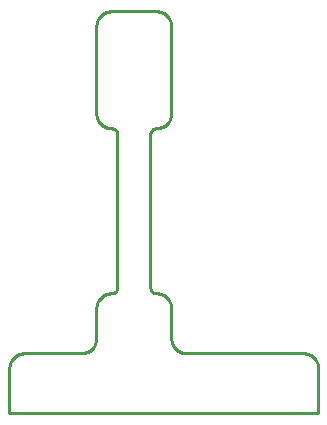
<source format=gbr>
G04 EAGLE Gerber RS-274X export*
G75*
%MOMM*%
%FSLAX34Y34*%
%LPD*%
%IN*%
%IPPOS*%
%AMOC8*
5,1,8,0,0,1.08239X$1,22.5*%
G01*
%ADD10C,0.254000*%


D10*
X0Y0D02*
X261620Y0D01*
X261620Y38100D01*
X261572Y39207D01*
X261427Y40305D01*
X261187Y41387D01*
X260854Y42444D01*
X260430Y43467D01*
X259919Y44450D01*
X259323Y45384D01*
X258649Y46263D01*
X257900Y47080D01*
X257083Y47829D01*
X256204Y48503D01*
X255270Y49099D01*
X254287Y49610D01*
X253264Y50034D01*
X252207Y50367D01*
X251125Y50607D01*
X250027Y50752D01*
X248920Y50800D01*
X149860Y50800D01*
X148753Y50848D01*
X147655Y50993D01*
X146573Y51233D01*
X145516Y51566D01*
X144493Y51990D01*
X143510Y52501D01*
X142576Y53097D01*
X141697Y53771D01*
X140880Y54520D01*
X140131Y55337D01*
X139457Y56216D01*
X138861Y57150D01*
X138350Y58133D01*
X137926Y59156D01*
X137593Y60213D01*
X137353Y61295D01*
X137208Y62393D01*
X137160Y63500D01*
X137160Y88900D01*
X137112Y90007D01*
X136967Y91105D01*
X136727Y92187D01*
X136394Y93244D01*
X135970Y94267D01*
X135459Y95250D01*
X134863Y96184D01*
X134189Y97063D01*
X133440Y97880D01*
X132623Y98629D01*
X131744Y99303D01*
X130810Y99899D01*
X129827Y100410D01*
X128804Y100834D01*
X127747Y101167D01*
X126665Y101407D01*
X125567Y101552D01*
X124460Y101600D01*
X124017Y101619D01*
X123578Y101677D01*
X123145Y101773D01*
X122723Y101906D01*
X122313Y102076D01*
X121920Y102281D01*
X121546Y102519D01*
X121195Y102789D01*
X120868Y103088D01*
X120569Y103415D01*
X120299Y103766D01*
X120061Y104140D01*
X119856Y104533D01*
X119686Y104943D01*
X119553Y105365D01*
X119457Y105798D01*
X119399Y106237D01*
X119380Y106680D01*
X119380Y236220D01*
X119399Y236663D01*
X119457Y237102D01*
X119553Y237535D01*
X119686Y237957D01*
X119856Y238367D01*
X120061Y238760D01*
X120299Y239134D01*
X120569Y239485D01*
X120868Y239812D01*
X121195Y240112D01*
X121546Y240381D01*
X121920Y240619D01*
X122313Y240824D01*
X122723Y240994D01*
X123145Y241127D01*
X123578Y241223D01*
X124017Y241281D01*
X124460Y241300D01*
X125567Y241348D01*
X126665Y241493D01*
X127747Y241733D01*
X128804Y242066D01*
X129827Y242490D01*
X130810Y243001D01*
X131744Y243597D01*
X132623Y244271D01*
X133440Y245020D01*
X134189Y245837D01*
X134863Y246716D01*
X135459Y247650D01*
X135970Y248633D01*
X136394Y249656D01*
X136727Y250713D01*
X136967Y251795D01*
X137112Y252893D01*
X137160Y254000D01*
X137160Y327660D01*
X137112Y328767D01*
X136967Y329865D01*
X136727Y330947D01*
X136394Y332004D01*
X135970Y333027D01*
X135459Y334010D01*
X134863Y334944D01*
X134189Y335823D01*
X133440Y336640D01*
X132623Y337389D01*
X131744Y338063D01*
X130810Y338659D01*
X129827Y339170D01*
X128804Y339594D01*
X127747Y339927D01*
X126665Y340167D01*
X125567Y340312D01*
X124460Y340360D01*
X86360Y340360D01*
X85253Y340312D01*
X84155Y340167D01*
X83073Y339927D01*
X82016Y339594D01*
X80993Y339170D01*
X80010Y338659D01*
X79076Y338063D01*
X78197Y337389D01*
X77380Y336640D01*
X76631Y335823D01*
X75957Y334944D01*
X75361Y334010D01*
X74850Y333027D01*
X74426Y332004D01*
X74093Y330947D01*
X73853Y329865D01*
X73708Y328767D01*
X73660Y327660D01*
X73660Y254000D01*
X73708Y252893D01*
X73853Y251795D01*
X74093Y250713D01*
X74426Y249656D01*
X74850Y248633D01*
X75361Y247650D01*
X75957Y246716D01*
X76631Y245837D01*
X77380Y245020D01*
X78197Y244271D01*
X79076Y243597D01*
X80010Y243001D01*
X80993Y242490D01*
X82016Y242066D01*
X83073Y241733D01*
X84155Y241493D01*
X85253Y241348D01*
X86360Y241300D01*
X86803Y241281D01*
X87242Y241223D01*
X87675Y241127D01*
X88097Y240994D01*
X88507Y240824D01*
X88900Y240619D01*
X89274Y240381D01*
X89625Y240112D01*
X89952Y239812D01*
X90252Y239485D01*
X90521Y239134D01*
X90759Y238760D01*
X90964Y238367D01*
X91134Y237957D01*
X91267Y237535D01*
X91363Y237102D01*
X91421Y236663D01*
X91440Y236220D01*
X91440Y106680D01*
X91421Y106237D01*
X91363Y105798D01*
X91267Y105365D01*
X91134Y104943D01*
X90964Y104533D01*
X90759Y104140D01*
X90521Y103766D01*
X90252Y103415D01*
X89952Y103088D01*
X89625Y102789D01*
X89274Y102519D01*
X88900Y102281D01*
X88507Y102076D01*
X88097Y101906D01*
X87675Y101773D01*
X87242Y101677D01*
X86803Y101619D01*
X86360Y101600D01*
X85253Y101552D01*
X84155Y101407D01*
X83073Y101167D01*
X82016Y100834D01*
X80993Y100410D01*
X80010Y99899D01*
X79076Y99303D01*
X78197Y98629D01*
X77380Y97880D01*
X76631Y97063D01*
X75957Y96184D01*
X75361Y95250D01*
X74850Y94267D01*
X74426Y93244D01*
X74093Y92187D01*
X73853Y91105D01*
X73708Y90007D01*
X73660Y88900D01*
X73660Y63500D01*
X73612Y62393D01*
X73467Y61295D01*
X73227Y60213D01*
X72894Y59156D01*
X72470Y58133D01*
X71959Y57150D01*
X71363Y56216D01*
X70689Y55337D01*
X69940Y54520D01*
X69123Y53771D01*
X68244Y53097D01*
X67310Y52501D01*
X66327Y51990D01*
X65304Y51566D01*
X64247Y51233D01*
X63165Y50993D01*
X62067Y50848D01*
X60960Y50800D01*
X12700Y50800D01*
X11593Y50752D01*
X10495Y50607D01*
X9413Y50367D01*
X8356Y50034D01*
X7333Y49610D01*
X6350Y49099D01*
X5416Y48503D01*
X4537Y47829D01*
X3720Y47080D01*
X2971Y46263D01*
X2297Y45384D01*
X1701Y44450D01*
X1190Y43467D01*
X766Y42444D01*
X433Y41387D01*
X193Y40305D01*
X48Y39207D01*
X0Y38100D01*
X0Y0D01*
M02*

</source>
